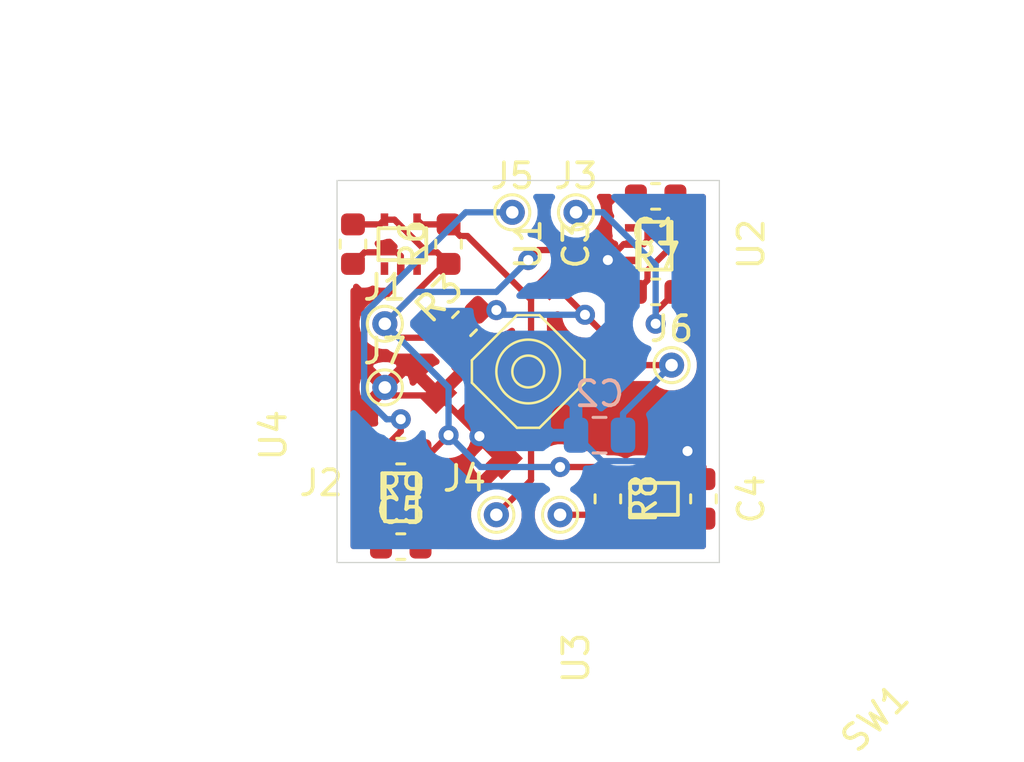
<source format=kicad_pcb>
(kicad_pcb (version 20171130) (host pcbnew 5.1.2)

  (general
    (thickness 1.6)
    (drawings 4)
    (tracks 132)
    (zones 0)
    (modules 22)
    (nets 16)
  )

  (page A4)
  (layers
    (0 F.Cu signal)
    (31 B.Cu signal)
    (32 B.Adhes user)
    (33 F.Adhes user)
    (34 B.Paste user)
    (35 F.Paste user)
    (36 B.SilkS user)
    (37 F.SilkS user)
    (38 B.Mask user)
    (39 F.Mask user)
    (40 Dwgs.User user)
    (41 Cmts.User user)
    (42 Eco1.User user)
    (43 Eco2.User user)
    (44 Edge.Cuts user)
    (45 Margin user)
    (46 B.CrtYd user)
    (47 F.CrtYd user)
    (48 B.Fab user)
    (49 F.Fab user)
  )

  (setup
    (last_trace_width 0.25)
    (trace_clearance 0.2)
    (zone_clearance 0.508)
    (zone_45_only no)
    (trace_min 0.2)
    (via_size 0.8)
    (via_drill 0.4)
    (via_min_size 0.4)
    (via_min_drill 0.3)
    (uvia_size 0.3)
    (uvia_drill 0.1)
    (uvias_allowed no)
    (uvia_min_size 0.2)
    (uvia_min_drill 0.1)
    (edge_width 0.05)
    (segment_width 0.2)
    (pcb_text_width 0.3)
    (pcb_text_size 1.5 1.5)
    (mod_edge_width 0.12)
    (mod_text_size 1 1)
    (mod_text_width 0.15)
    (pad_size 1.524 1.524)
    (pad_drill 0.762)
    (pad_to_mask_clearance 0.051)
    (solder_mask_min_width 0.25)
    (aux_axis_origin 0 0)
    (visible_elements FFFFFF7F)
    (pcbplotparams
      (layerselection 0x010fc_ffffffff)
      (usegerberextensions false)
      (usegerberattributes false)
      (usegerberadvancedattributes false)
      (creategerberjobfile false)
      (excludeedgelayer true)
      (linewidth 0.100000)
      (plotframeref false)
      (viasonmask false)
      (mode 1)
      (useauxorigin false)
      (hpglpennumber 1)
      (hpglpenspeed 20)
      (hpglpendiameter 15.000000)
      (psnegative false)
      (psa4output false)
      (plotreference true)
      (plotvalue true)
      (plotinvisibletext false)
      (padsonsilk false)
      (subtractmaskfromsilk false)
      (outputformat 1)
      (mirror false)
      (drillshape 1)
      (scaleselection 1)
      (outputdirectory ""))
  )

  (net 0 "")
  (net 1 +5V)
  (net 2 GND)
  (net 3 /BTN)
  (net 4 "Net-(U1-Pad3)")
  (net 5 "Net-(U1-Pad1)")
  (net 6 "Net-(U2-Pad1)")
  (net 7 "Net-(U2-Pad3)")
  (net 8 "Net-(U3-Pad3)")
  (net 9 "Net-(U3-Pad1)")
  (net 10 "Net-(U4-Pad1)")
  (net 11 "Net-(U4-Pad3)")
  (net 12 /UP)
  (net 13 /RIGHT)
  (net 14 /DOWN)
  (net 15 /LEFT)

  (net_class Default "This is the default net class."
    (clearance 0.2)
    (trace_width 0.25)
    (via_dia 0.8)
    (via_drill 0.4)
    (uvia_dia 0.3)
    (uvia_drill 0.1)
    (add_net +5V)
    (add_net /BTN)
    (add_net /DOWN)
    (add_net /LEFT)
    (add_net /RIGHT)
    (add_net /UP)
    (add_net GND)
    (add_net "Net-(U1-Pad1)")
    (add_net "Net-(U1-Pad3)")
    (add_net "Net-(U2-Pad1)")
    (add_net "Net-(U2-Pad3)")
    (add_net "Net-(U3-Pad1)")
    (add_net "Net-(U3-Pad3)")
    (add_net "Net-(U4-Pad1)")
    (add_net "Net-(U4-Pad3)")
  )

  (module TestPoint:TestPoint_THTPad_D1.0mm_Drill0.5mm (layer F.Cu) (tedit 5A0F774F) (tstamp 5D3787B9)
    (at 143.51 90.805)
    (descr "THT pad as test Point, diameter 1.0mm, hole diameter 0.5mm")
    (tags "test point THT pad")
    (path /5D38C1BA)
    (attr virtual)
    (fp_text reference J4 (at -3.81 -1.448) (layer F.SilkS)
      (effects (font (size 1 1) (thickness 0.15)))
    )
    (fp_text value Conn_01x01_Female (at 10.795 -6.35) (layer F.Fab)
      (effects (font (size 1 1) (thickness 0.15)))
    )
    (fp_text user %R (at -4.445 -3.175) (layer F.Fab)
      (effects (font (size 1 1) (thickness 0.15)))
    )
    (fp_circle (center 0 0) (end 1 0) (layer F.CrtYd) (width 0.05))
    (fp_circle (center 0 0) (end 0 0.7) (layer F.SilkS) (width 0.12))
    (pad 1 thru_hole circle (at 0 0) (size 1 1) (drill 0.5) (layers *.Cu *.Mask)
      (net 14 /DOWN))
  )

  (module folivora:SMINI-5DE (layer F.Cu) (tedit 5D35C925) (tstamp 5D378A58)
    (at 137.16 80.01)
    (path /5D35C0DC)
    (fp_text reference U1 (at 5.08 0 90) (layer F.SilkS)
      (effects (font (size 1 1) (thickness 0.15)))
    )
    (fp_text value AN48841B (at 6.985 1.27 90) (layer F.Fab)
      (effects (font (size 1 1) (thickness 0.15)))
    )
    (fp_line (start -0.889 -0.635) (end 1.016 -0.635) (layer F.SilkS) (width 0.15))
    (fp_line (start -0.889 0.635) (end -0.889 -0.635) (layer F.SilkS) (width 0.15))
    (fp_line (start 1.016 0.635) (end -0.889 0.635) (layer F.SilkS) (width 0.15))
    (fp_line (start 1.016 -0.635) (end 1.016 0.635) (layer F.SilkS) (width 0.15))
    (pad 5 smd rect (at 0.65 -0.975) (size 0.3 0.5) (layers F.Cu F.Paste F.Mask)
      (net 12 /UP))
    (pad 4 smd rect (at -0.65 -0.975) (size 0.3 0.5) (layers F.Cu F.Paste F.Mask)
      (net 1 +5V))
    (pad 3 smd rect (at -0.65 0.975) (size 0.3 0.5) (layers F.Cu F.Paste F.Mask)
      (net 4 "Net-(U1-Pad3)"))
    (pad 2 smd rect (at 0 0.975) (size 0.3 0.5) (layers F.Cu F.Paste F.Mask)
      (net 2 GND))
    (pad 1 smd rect (at 0.65 0.975) (size 0.3 0.5) (layers F.Cu F.Paste F.Mask)
      (net 5 "Net-(U1-Pad1)"))
  )

  (module folivora:SMINI-5DE (layer F.Cu) (tedit 5D35C925) (tstamp 5D378737)
    (at 147.32 90.17 180)
    (path /5D35E7FC)
    (fp_text reference U3 (at 3.175 -6.35 90) (layer F.SilkS)
      (effects (font (size 1 1) (thickness 0.15)))
    )
    (fp_text value AN48841B (at -6.35 -2.54 90) (layer F.Fab)
      (effects (font (size 1 1) (thickness 0.15)))
    )
    (fp_line (start -0.889 -0.635) (end 1.016 -0.635) (layer F.SilkS) (width 0.15))
    (fp_line (start -0.889 0.635) (end -0.889 -0.635) (layer F.SilkS) (width 0.15))
    (fp_line (start 1.016 0.635) (end -0.889 0.635) (layer F.SilkS) (width 0.15))
    (fp_line (start 1.016 -0.635) (end 1.016 0.635) (layer F.SilkS) (width 0.15))
    (pad 5 smd rect (at 0.65 -0.975 180) (size 0.3 0.5) (layers F.Cu F.Paste F.Mask)
      (net 14 /DOWN))
    (pad 4 smd rect (at -0.65 -0.975 180) (size 0.3 0.5) (layers F.Cu F.Paste F.Mask)
      (net 1 +5V))
    (pad 3 smd rect (at -0.65 0.975 180) (size 0.3 0.5) (layers F.Cu F.Paste F.Mask)
      (net 8 "Net-(U3-Pad3)"))
    (pad 2 smd rect (at 0 0.975 180) (size 0.3 0.5) (layers F.Cu F.Paste F.Mask)
      (net 2 GND))
    (pad 1 smd rect (at 0.65 0.975 180) (size 0.3 0.5) (layers F.Cu F.Paste F.Mask)
      (net 9 "Net-(U3-Pad1)"))
  )

  (module folivora:SMINI-5DE (layer F.Cu) (tedit 5D35C925) (tstamp 5D378713)
    (at 147.32 80.01 270)
    (path /5D35D74C)
    (fp_text reference U2 (at 0 -3.81 90) (layer F.SilkS)
      (effects (font (size 1 1) (thickness 0.15)))
    )
    (fp_text value AN48841B (at 0 -2.54 90) (layer F.Fab)
      (effects (font (size 1 1) (thickness 0.15)))
    )
    (fp_line (start 1.016 -0.635) (end 1.016 0.635) (layer F.SilkS) (width 0.15))
    (fp_line (start 1.016 0.635) (end -0.889 0.635) (layer F.SilkS) (width 0.15))
    (fp_line (start -0.889 0.635) (end -0.889 -0.635) (layer F.SilkS) (width 0.15))
    (fp_line (start -0.889 -0.635) (end 1.016 -0.635) (layer F.SilkS) (width 0.15))
    (pad 1 smd rect (at 0.65 0.975 270) (size 0.3 0.5) (layers F.Cu F.Paste F.Mask)
      (net 6 "Net-(U2-Pad1)"))
    (pad 2 smd rect (at 0 0.975 270) (size 0.3 0.5) (layers F.Cu F.Paste F.Mask)
      (net 2 GND))
    (pad 3 smd rect (at -0.65 0.975 270) (size 0.3 0.5) (layers F.Cu F.Paste F.Mask)
      (net 7 "Net-(U2-Pad3)"))
    (pad 4 smd rect (at -0.65 -0.975 270) (size 0.3 0.5) (layers F.Cu F.Paste F.Mask)
      (net 1 +5V))
    (pad 5 smd rect (at 0.65 -0.975 270) (size 0.3 0.5) (layers F.Cu F.Paste F.Mask)
      (net 13 /RIGHT))
  )

  (module Capacitor_SMD:C_0603_1608Metric (layer F.Cu) (tedit 5B301BBE) (tstamp 5D3786DB)
    (at 135.255 80.01 270)
    (descr "Capacitor SMD 0603 (1608 Metric), square (rectangular) end terminal, IPC_7351 nominal, (Body size source: http://www.tortai-tech.com/upload/download/2011102023233369053.pdf), generated with kicad-footprint-generator")
    (tags capacitor)
    (path /5D3692AC)
    (attr smd)
    (fp_text reference C3 (at 0 -8.89 90) (layer F.SilkS)
      (effects (font (size 1 1) (thickness 0.15)))
    )
    (fp_text value 0.1uF (at 6.35 -1.905 90) (layer F.Fab)
      (effects (font (size 1 1) (thickness 0.15)))
    )
    (fp_text user %R (at 1.905 -2.54 90) (layer F.Fab)
      (effects (font (size 0.4 0.4) (thickness 0.06)))
    )
    (fp_line (start 1.48 0.73) (end -1.48 0.73) (layer F.CrtYd) (width 0.05))
    (fp_line (start 1.48 -0.73) (end 1.48 0.73) (layer F.CrtYd) (width 0.05))
    (fp_line (start -1.48 -0.73) (end 1.48 -0.73) (layer F.CrtYd) (width 0.05))
    (fp_line (start -1.48 0.73) (end -1.48 -0.73) (layer F.CrtYd) (width 0.05))
    (fp_line (start -0.162779 0.51) (end 0.162779 0.51) (layer F.SilkS) (width 0.12))
    (fp_line (start -0.162779 -0.51) (end 0.162779 -0.51) (layer F.SilkS) (width 0.12))
    (fp_line (start 0.8 0.4) (end -0.8 0.4) (layer F.Fab) (width 0.1))
    (fp_line (start 0.8 -0.4) (end 0.8 0.4) (layer F.Fab) (width 0.1))
    (fp_line (start -0.8 -0.4) (end 0.8 -0.4) (layer F.Fab) (width 0.1))
    (fp_line (start -0.8 0.4) (end -0.8 -0.4) (layer F.Fab) (width 0.1))
    (pad 2 smd roundrect (at 0.7875 0 270) (size 0.875 0.95) (layers F.Cu F.Paste F.Mask) (roundrect_rratio 0.25)
      (net 2 GND))
    (pad 1 smd roundrect (at -0.7875 0 270) (size 0.875 0.95) (layers F.Cu F.Paste F.Mask) (roundrect_rratio 0.25)
      (net 1 +5V))
    (model ${KISYS3DMOD}/Capacitor_SMD.3dshapes/C_0603_1608Metric.wrl
      (at (xyz 0 0 0))
      (scale (xyz 1 1 1))
      (rotate (xyz 0 0 0))
    )
  )

  (module TestPoint:TestPoint_THTPad_D1.0mm_Drill0.5mm (layer F.Cu) (tedit 5A0F774F) (tstamp 5D3786A8)
    (at 136.525 85.725)
    (descr "THT pad as test Point, diameter 1.0mm, hole diameter 0.5mm")
    (tags "test point THT pad")
    (path /5D386BCE)
    (attr virtual)
    (fp_text reference J7 (at 0 -1.448) (layer F.SilkS)
      (effects (font (size 1 1) (thickness 0.15)))
    )
    (fp_text value Conn_01x01_Female (at 15.24 0.635) (layer F.Fab)
      (effects (font (size 1 1) (thickness 0.15)))
    )
    (fp_circle (center 0 0) (end 0 0.7) (layer F.SilkS) (width 0.12))
    (fp_circle (center 0 0) (end 1 0) (layer F.CrtYd) (width 0.05))
    (fp_text user %R (at 0 -1.45) (layer F.Fab)
      (effects (font (size 1 1) (thickness 0.15)))
    )
    (pad 1 thru_hole circle (at 0 0) (size 1 1) (drill 0.5) (layers *.Cu *.Mask)
      (net 2 GND))
  )

  (module Capacitor_SMD:C_0603_1608Metric (layer F.Cu) (tedit 5B301BBE) (tstamp 5D378669)
    (at 147.32 78.105 180)
    (descr "Capacitor SMD 0603 (1608 Metric), square (rectangular) end terminal, IPC_7351 nominal, (Body size source: http://www.tortai-tech.com/upload/download/2011102023233369053.pdf), generated with kicad-footprint-generator")
    (tags capacitor)
    (path /5D3692CC)
    (attr smd)
    (fp_text reference C1 (at 0 -1.43) (layer F.SilkS)
      (effects (font (size 1 1) (thickness 0.15)))
    )
    (fp_text value 0.1uF (at 0 1.43) (layer F.Fab)
      (effects (font (size 1 1) (thickness 0.15)))
    )
    (fp_line (start -0.8 0.4) (end -0.8 -0.4) (layer F.Fab) (width 0.1))
    (fp_line (start -0.8 -0.4) (end 0.8 -0.4) (layer F.Fab) (width 0.1))
    (fp_line (start 0.8 -0.4) (end 0.8 0.4) (layer F.Fab) (width 0.1))
    (fp_line (start 0.8 0.4) (end -0.8 0.4) (layer F.Fab) (width 0.1))
    (fp_line (start -0.162779 -0.51) (end 0.162779 -0.51) (layer F.SilkS) (width 0.12))
    (fp_line (start -0.162779 0.51) (end 0.162779 0.51) (layer F.SilkS) (width 0.12))
    (fp_line (start -1.48 0.73) (end -1.48 -0.73) (layer F.CrtYd) (width 0.05))
    (fp_line (start -1.48 -0.73) (end 1.48 -0.73) (layer F.CrtYd) (width 0.05))
    (fp_line (start 1.48 -0.73) (end 1.48 0.73) (layer F.CrtYd) (width 0.05))
    (fp_line (start 1.48 0.73) (end -1.48 0.73) (layer F.CrtYd) (width 0.05))
    (fp_text user %R (at 0 0) (layer F.Fab)
      (effects (font (size 0.4 0.4) (thickness 0.06)))
    )
    (pad 1 smd roundrect (at -0.7875 0 180) (size 0.875 0.95) (layers F.Cu F.Paste F.Mask) (roundrect_rratio 0.25)
      (net 1 +5V))
    (pad 2 smd roundrect (at 0.7875 0 180) (size 0.875 0.95) (layers F.Cu F.Paste F.Mask) (roundrect_rratio 0.25)
      (net 2 GND))
    (model ${KISYS3DMOD}/Capacitor_SMD.3dshapes/C_0603_1608Metric.wrl
      (at (xyz 0 0 0))
      (scale (xyz 1 1 1))
      (rotate (xyz 0 0 0))
    )
  )

  (module TestPoint:TestPoint_THTPad_D1.0mm_Drill0.5mm (layer F.Cu) (tedit 5A0F774F) (tstamp 5D37892C)
    (at 147.955 84.836)
    (descr "THT pad as test Point, diameter 1.0mm, hole diameter 0.5mm")
    (tags "test point THT pad")
    (path /5D38DA7A)
    (attr virtual)
    (fp_text reference J6 (at 0 -1.448) (layer F.SilkS)
      (effects (font (size 1 1) (thickness 0.15)))
    )
    (fp_text value Conn_01x01_Female (at 0.635 5.08) (layer F.Fab)
      (effects (font (size 1 1) (thickness 0.15)))
    )
    (fp_text user %R (at 0 -1.45) (layer F.Fab)
      (effects (font (size 1 1) (thickness 0.15)))
    )
    (fp_circle (center 0 0) (end 1 0) (layer F.CrtYd) (width 0.05))
    (fp_circle (center 0 0) (end 0 0.7) (layer F.SilkS) (width 0.12))
    (pad 1 thru_hole circle (at 0 0) (size 1 1) (drill 0.5) (layers *.Cu *.Mask)
      (net 3 /BTN))
  )

  (module folivora:SMINI-5DE (layer F.Cu) (tedit 5D35C925) (tstamp 5D3785B7)
    (at 137.16 90.17 90)
    (path /5D35E81D)
    (fp_text reference U4 (at 2.54 -5.08 90) (layer F.SilkS)
      (effects (font (size 1 1) (thickness 0.15)))
    )
    (fp_text value AN48841B (at -5.715 -6.35 90) (layer F.Fab)
      (effects (font (size 1 1) (thickness 0.15)))
    )
    (fp_line (start 1.016 -0.635) (end 1.016 0.635) (layer F.SilkS) (width 0.15))
    (fp_line (start 1.016 0.635) (end -0.889 0.635) (layer F.SilkS) (width 0.15))
    (fp_line (start -0.889 0.635) (end -0.889 -0.635) (layer F.SilkS) (width 0.15))
    (fp_line (start -0.889 -0.635) (end 1.016 -0.635) (layer F.SilkS) (width 0.15))
    (pad 1 smd rect (at 0.65 0.975 90) (size 0.3 0.5) (layers F.Cu F.Paste F.Mask)
      (net 10 "Net-(U4-Pad1)"))
    (pad 2 smd rect (at 0 0.975 90) (size 0.3 0.5) (layers F.Cu F.Paste F.Mask)
      (net 2 GND))
    (pad 3 smd rect (at -0.65 0.975 90) (size 0.3 0.5) (layers F.Cu F.Paste F.Mask)
      (net 11 "Net-(U4-Pad3)"))
    (pad 4 smd rect (at -0.65 -0.975 90) (size 0.3 0.5) (layers F.Cu F.Paste F.Mask)
      (net 1 +5V))
    (pad 5 smd rect (at 0.65 -0.975 90) (size 0.3 0.5) (layers F.Cu F.Paste F.Mask)
      (net 15 /LEFT))
  )

  (module Capacitor_SMD:C_0603_1608Metric (layer F.Cu) (tedit 5B301BBE) (tstamp 5D378573)
    (at 149.225 90.17 90)
    (descr "Capacitor SMD 0603 (1608 Metric), square (rectangular) end terminal, IPC_7351 nominal, (Body size source: http://www.tortai-tech.com/upload/download/2011102023233369053.pdf), generated with kicad-footprint-generator")
    (tags capacitor)
    (path /5D3681BA)
    (attr smd)
    (fp_text reference C4 (at 0 1.905 90) (layer F.SilkS)
      (effects (font (size 1 1) (thickness 0.15)))
    )
    (fp_text value 0.1uF (at 0 2.54 90) (layer F.Fab)
      (effects (font (size 1 1) (thickness 0.15)))
    )
    (fp_line (start -0.8 0.4) (end -0.8 -0.4) (layer F.Fab) (width 0.1))
    (fp_line (start -0.8 -0.4) (end 0.8 -0.4) (layer F.Fab) (width 0.1))
    (fp_line (start 0.8 -0.4) (end 0.8 0.4) (layer F.Fab) (width 0.1))
    (fp_line (start 0.8 0.4) (end -0.8 0.4) (layer F.Fab) (width 0.1))
    (fp_line (start -0.162779 -0.51) (end 0.162779 -0.51) (layer F.SilkS) (width 0.12))
    (fp_line (start -0.162779 0.51) (end 0.162779 0.51) (layer F.SilkS) (width 0.12))
    (fp_line (start -1.48 0.73) (end -1.48 -0.73) (layer F.CrtYd) (width 0.05))
    (fp_line (start -1.48 -0.73) (end 1.48 -0.73) (layer F.CrtYd) (width 0.05))
    (fp_line (start 1.48 -0.73) (end 1.48 0.73) (layer F.CrtYd) (width 0.05))
    (fp_line (start 1.48 0.73) (end -1.48 0.73) (layer F.CrtYd) (width 0.05))
    (fp_text user %R (at 1.905 3.81 90) (layer F.Fab)
      (effects (font (size 0.4 0.4) (thickness 0.06)))
    )
    (pad 1 smd roundrect (at -0.7875 0 90) (size 0.875 0.95) (layers F.Cu F.Paste F.Mask) (roundrect_rratio 0.25)
      (net 1 +5V))
    (pad 2 smd roundrect (at 0.7875 0 90) (size 0.875 0.95) (layers F.Cu F.Paste F.Mask) (roundrect_rratio 0.25)
      (net 2 GND))
    (model ${KISYS3DMOD}/Capacitor_SMD.3dshapes/C_0603_1608Metric.wrl
      (at (xyz 0 0 0))
      (scale (xyz 1 1 1))
      (rotate (xyz 0 0 0))
    )
  )

  (module TestPoint:TestPoint_THTPad_D1.0mm_Drill0.5mm (layer F.Cu) (tedit 5A0F774F) (tstamp 5D37854F)
    (at 141.605 78.74)
    (descr "THT pad as test Point, diameter 1.0mm, hole diameter 0.5mm")
    (tags "test point THT pad")
    (path /5D38C1C4)
    (attr virtual)
    (fp_text reference J5 (at 0 -1.448) (layer F.SilkS)
      (effects (font (size 1 1) (thickness 0.15)))
    )
    (fp_text value Conn_01x01_Female (at 1.27 -5.715) (layer F.Fab)
      (effects (font (size 1 1) (thickness 0.15)))
    )
    (fp_circle (center 0 0) (end 0 0.7) (layer F.SilkS) (width 0.12))
    (fp_circle (center 0 0) (end 1 0) (layer F.CrtYd) (width 0.05))
    (fp_text user %R (at 0 -1.45) (layer F.Fab)
      (effects (font (size 1 1) (thickness 0.15)))
    )
    (pad 1 thru_hole circle (at 0 0) (size 1 1) (drill 0.5) (layers *.Cu *.Mask)
      (net 15 /LEFT))
  )

  (module TestPoint:TestPoint_THTPad_D1.0mm_Drill0.5mm (layer F.Cu) (tedit 5A0F774F) (tstamp 5D3784A4)
    (at 144.145 78.74)
    (descr "THT pad as test Point, diameter 1.0mm, hole diameter 0.5mm")
    (tags "test point THT pad")
    (path /5D38BA78)
    (attr virtual)
    (fp_text reference J3 (at 0 -1.448) (layer F.SilkS)
      (effects (font (size 1 1) (thickness 0.15)))
    )
    (fp_text value Conn_01x01_Female (at -0.635 -7.62) (layer F.Fab)
      (effects (font (size 1 1) (thickness 0.15)))
    )
    (fp_circle (center 0 0) (end 0 0.7) (layer F.SilkS) (width 0.12))
    (fp_circle (center 0 0) (end 1 0) (layer F.CrtYd) (width 0.05))
    (fp_text user %R (at 0 -1.45) (layer F.Fab)
      (effects (font (size 1 1) (thickness 0.15)))
    )
    (pad 1 thru_hole circle (at 0 0) (size 1 1) (drill 0.5) (layers *.Cu *.Mask)
      (net 13 /RIGHT))
  )

  (module Capacitor_SMD:C_0603_1608Metric (layer F.Cu) (tedit 5B301BBE) (tstamp 5D37846E)
    (at 137.16 92.075)
    (descr "Capacitor SMD 0603 (1608 Metric), square (rectangular) end terminal, IPC_7351 nominal, (Body size source: http://www.tortai-tech.com/upload/download/2011102023233369053.pdf), generated with kicad-footprint-generator")
    (tags capacitor)
    (path /5D363EA7)
    (attr smd)
    (fp_text reference C5 (at 0 -1.43) (layer F.SilkS)
      (effects (font (size 1 1) (thickness 0.15)))
    )
    (fp_text value 0.1uF (at 0.635 2.54) (layer F.Fab)
      (effects (font (size 1 1) (thickness 0.15)))
    )
    (fp_text user %R (at -1.905 1.905) (layer F.Fab)
      (effects (font (size 0.4 0.4) (thickness 0.06)))
    )
    (fp_line (start 1.48 0.73) (end -1.48 0.73) (layer F.CrtYd) (width 0.05))
    (fp_line (start 1.48 -0.73) (end 1.48 0.73) (layer F.CrtYd) (width 0.05))
    (fp_line (start -1.48 -0.73) (end 1.48 -0.73) (layer F.CrtYd) (width 0.05))
    (fp_line (start -1.48 0.73) (end -1.48 -0.73) (layer F.CrtYd) (width 0.05))
    (fp_line (start -0.162779 0.51) (end 0.162779 0.51) (layer F.SilkS) (width 0.12))
    (fp_line (start -0.162779 -0.51) (end 0.162779 -0.51) (layer F.SilkS) (width 0.12))
    (fp_line (start 0.8 0.4) (end -0.8 0.4) (layer F.Fab) (width 0.1))
    (fp_line (start 0.8 -0.4) (end 0.8 0.4) (layer F.Fab) (width 0.1))
    (fp_line (start -0.8 -0.4) (end 0.8 -0.4) (layer F.Fab) (width 0.1))
    (fp_line (start -0.8 0.4) (end -0.8 -0.4) (layer F.Fab) (width 0.1))
    (pad 2 smd roundrect (at 0.7875 0) (size 0.875 0.95) (layers F.Cu F.Paste F.Mask) (roundrect_rratio 0.25)
      (net 2 GND))
    (pad 1 smd roundrect (at -0.7875 0) (size 0.875 0.95) (layers F.Cu F.Paste F.Mask) (roundrect_rratio 0.25)
      (net 1 +5V))
    (model ${KISYS3DMOD}/Capacitor_SMD.3dshapes/C_0603_1608Metric.wrl
      (at (xyz 0 0 0))
      (scale (xyz 1 1 1))
      (rotate (xyz 0 0 0))
    )
  )

  (module TestPoint:TestPoint_THTPad_D1.0mm_Drill0.5mm (layer F.Cu) (tedit 5A0F774F) (tstamp 5D37841A)
    (at 136.525 83.185)
    (descr "THT pad as test Point, diameter 1.0mm, hole diameter 0.5mm")
    (tags "test point THT pad")
    (path /5D383FC3)
    (attr virtual)
    (fp_text reference J1 (at 0 -1.448) (layer F.SilkS)
      (effects (font (size 1 1) (thickness 0.15)))
    )
    (fp_text value Conn_01x01_Female (at 11.43 1.27) (layer F.Fab)
      (effects (font (size 1 1) (thickness 0.15)))
    )
    (fp_text user %R (at 0 -1.45) (layer F.Fab)
      (effects (font (size 1 1) (thickness 0.15)))
    )
    (fp_circle (center 0 0) (end 1 0) (layer F.CrtYd) (width 0.05))
    (fp_circle (center 0 0) (end 0 0.7) (layer F.SilkS) (width 0.12))
    (pad 1 thru_hole circle (at 0 0) (size 1 1) (drill 0.5) (layers *.Cu *.Mask)
      (net 1 +5V))
  )

  (module TestPoint:TestPoint_THTPad_D1.0mm_Drill0.5mm (layer F.Cu) (tedit 5A0F774F) (tstamp 5D378405)
    (at 140.97 90.805)
    (descr "THT pad as test Point, diameter 1.0mm, hole diameter 0.5mm")
    (tags "test point THT pad")
    (path /5D38B195)
    (attr virtual)
    (fp_text reference J2 (at -6.985 -1.27) (layer F.SilkS)
      (effects (font (size 1 1) (thickness 0.15)))
    )
    (fp_text value Conn_01x01_Female (at -12.065 1.27) (layer F.Fab)
      (effects (font (size 1 1) (thickness 0.15)))
    )
    (fp_text user %R (at -8.89 -1.905) (layer F.Fab)
      (effects (font (size 1 1) (thickness 0.15)))
    )
    (fp_circle (center 0 0) (end 1 0) (layer F.CrtYd) (width 0.05))
    (fp_circle (center 0 0) (end 0 0.7) (layer F.SilkS) (width 0.12))
    (pad 1 thru_hole circle (at 0 0) (size 1 1) (drill 0.5) (layers *.Cu *.Mask)
      (net 12 /UP))
  )

  (module folivora:Film_Switch_4X4X0.8MM (layer F.Cu) (tedit 5D371F88) (tstamp 5D378355)
    (at 142.24 85.09 45)
    (path /5D38C32C)
    (fp_text reference SW1 (at 0 19.55 45) (layer F.SilkS)
      (effects (font (size 1 1) (thickness 0.15)))
    )
    (fp_text value BTN (at 0 18.55 45) (layer F.Fab)
      (effects (font (size 1 1) (thickness 0.15)))
    )
    (fp_line (start -1.905 -1.27) (end -1.905 1.27) (layer F.SilkS) (width 0.1))
    (fp_line (start -1.905 1.27) (end -1.27 1.905) (layer F.SilkS) (width 0.1))
    (fp_line (start -1.27 1.905) (end 1.27 1.905) (layer F.SilkS) (width 0.1))
    (fp_line (start 1.27 1.905) (end 1.905 1.27) (layer F.SilkS) (width 0.1))
    (fp_line (start 1.905 1.27) (end 1.905 -1.27) (layer F.SilkS) (width 0.1))
    (fp_line (start 1.905 -1.27) (end 1.27 -1.905) (layer F.SilkS) (width 0.1))
    (fp_line (start 1.27 -1.905) (end -1.27 -1.905) (layer F.SilkS) (width 0.1))
    (fp_line (start -1.27 -1.905) (end -1.905 -1.27) (layer F.SilkS) (width 0.1))
    (fp_circle (center 0 0) (end 0.635 0) (layer F.SilkS) (width 0.1))
    (fp_circle (center 0 0) (end 1.27 0) (layer F.SilkS) (width 0.1))
    (pad 1 smd trapezoid (at 3.2 1.85 45) (size 1.2 0.9) (layers F.Cu F.Paste F.Mask)
      (net 3 /BTN))
    (pad 2 smd trapezoid (at -3.2 1.85 45) (size 1.2 0.9) (layers F.Cu F.Paste F.Mask)
      (net 2 GND))
    (pad 4 smd trapezoid (at -3.2 -1.85 45) (size 1.2 0.9) (layers F.Cu F.Paste F.Mask)
      (net 2 GND))
    (pad 3 smd trapezoid (at 3.2 -1.85 45) (size 1.2 0.9) (layers F.Cu F.Paste F.Mask)
      (net 3 /BTN))
  )

  (module Capacitor_SMD:C_0805_2012Metric (layer B.Cu) (tedit 5B36C52B) (tstamp 5D378E3F)
    (at 145.0825 87.63 180)
    (descr "Capacitor SMD 0805 (2012 Metric), square (rectangular) end terminal, IPC_7351 nominal, (Body size source: https://docs.google.com/spreadsheets/d/1BsfQQcO9C6DZCsRaXUlFlo91Tg2WpOkGARC1WS5S8t0/edit?usp=sharing), generated with kicad-footprint-generator")
    (tags capacitor)
    (path /5D38E42F)
    (attr smd)
    (fp_text reference C2 (at 0 1.65) (layer B.SilkS)
      (effects (font (size 1 1) (thickness 0.15)) (justify mirror))
    )
    (fp_text value 1uF (at 0 -1.65) (layer B.Fab)
      (effects (font (size 1 1) (thickness 0.15)) (justify mirror))
    )
    (fp_line (start -1 -0.6) (end -1 0.6) (layer B.Fab) (width 0.1))
    (fp_line (start -1 0.6) (end 1 0.6) (layer B.Fab) (width 0.1))
    (fp_line (start 1 0.6) (end 1 -0.6) (layer B.Fab) (width 0.1))
    (fp_line (start 1 -0.6) (end -1 -0.6) (layer B.Fab) (width 0.1))
    (fp_line (start -0.258578 0.71) (end 0.258578 0.71) (layer B.SilkS) (width 0.12))
    (fp_line (start -0.258578 -0.71) (end 0.258578 -0.71) (layer B.SilkS) (width 0.12))
    (fp_line (start -1.68 -0.95) (end -1.68 0.95) (layer B.CrtYd) (width 0.05))
    (fp_line (start -1.68 0.95) (end 1.68 0.95) (layer B.CrtYd) (width 0.05))
    (fp_line (start 1.68 0.95) (end 1.68 -0.95) (layer B.CrtYd) (width 0.05))
    (fp_line (start 1.68 -0.95) (end -1.68 -0.95) (layer B.CrtYd) (width 0.05))
    (fp_text user %R (at 0 0) (layer B.Fab)
      (effects (font (size 0.5 0.5) (thickness 0.08)) (justify mirror))
    )
    (pad 1 smd roundrect (at -0.9375 0 180) (size 0.975 1.4) (layers B.Cu B.Paste B.Mask) (roundrect_rratio 0.25)
      (net 3 /BTN))
    (pad 2 smd roundrect (at 0.9375 0 180) (size 0.975 1.4) (layers B.Cu B.Paste B.Mask) (roundrect_rratio 0.25)
      (net 2 GND))
    (model ${KISYS3DMOD}/Capacitor_SMD.3dshapes/C_0805_2012Metric.wrl
      (at (xyz 0 0 0))
      (scale (xyz 1 1 1))
      (rotate (xyz 0 0 0))
    )
  )

  (module Resistor_SMD:R_0603_1608Metric (layer F.Cu) (tedit 5B301BBD) (tstamp 5D378E50)
    (at 139.7 83.185 45)
    (descr "Resistor SMD 0603 (1608 Metric), square (rectangular) end terminal, IPC_7351 nominal, (Body size source: http://www.tortai-tech.com/upload/download/2011102023233369053.pdf), generated with kicad-footprint-generator")
    (tags resistor)
    (path /5D38D89E)
    (attr smd)
    (fp_text reference R3 (at 0 -1.43 45) (layer F.SilkS)
      (effects (font (size 1 1) (thickness 0.15)))
    )
    (fp_text value 10k (at 0 1.43 45) (layer F.Fab)
      (effects (font (size 1 1) (thickness 0.15)))
    )
    (fp_text user %R (at 0 0 45) (layer F.Fab)
      (effects (font (size 0.4 0.4) (thickness 0.06)))
    )
    (fp_line (start 1.48 0.73) (end -1.48 0.73) (layer F.CrtYd) (width 0.05))
    (fp_line (start 1.48 -0.73) (end 1.48 0.73) (layer F.CrtYd) (width 0.05))
    (fp_line (start -1.48 -0.73) (end 1.48 -0.73) (layer F.CrtYd) (width 0.05))
    (fp_line (start -1.48 0.73) (end -1.48 -0.73) (layer F.CrtYd) (width 0.05))
    (fp_line (start -0.162779 0.51) (end 0.162779 0.51) (layer F.SilkS) (width 0.12))
    (fp_line (start -0.162779 -0.51) (end 0.162779 -0.51) (layer F.SilkS) (width 0.12))
    (fp_line (start 0.8 0.4) (end -0.8 0.4) (layer F.Fab) (width 0.1))
    (fp_line (start 0.8 -0.4) (end 0.8 0.4) (layer F.Fab) (width 0.1))
    (fp_line (start -0.8 -0.4) (end 0.8 -0.4) (layer F.Fab) (width 0.1))
    (fp_line (start -0.8 0.4) (end -0.8 -0.4) (layer F.Fab) (width 0.1))
    (pad 2 smd roundrect (at 0.7875 0 45) (size 0.875 0.95) (layers F.Cu F.Paste F.Mask) (roundrect_rratio 0.25)
      (net 3 /BTN))
    (pad 1 smd roundrect (at -0.7875 0 45) (size 0.875 0.95) (layers F.Cu F.Paste F.Mask) (roundrect_rratio 0.25)
      (net 1 +5V))
    (model ${KISYS3DMOD}/Resistor_SMD.3dshapes/R_0603_1608Metric.wrl
      (at (xyz 0 0 0))
      (scale (xyz 1 1 1))
      (rotate (xyz 0 0 0))
    )
  )

  (module Resistor_SMD:R_0603_1608Metric (layer F.Cu) (tedit 5B301BBD) (tstamp 5D378E61)
    (at 139.065 80.01 90)
    (descr "Resistor SMD 0603 (1608 Metric), square (rectangular) end terminal, IPC_7351 nominal, (Body size source: http://www.tortai-tech.com/upload/download/2011102023233369053.pdf), generated with kicad-footprint-generator")
    (tags resistor)
    (path /5D35C6E6)
    (attr smd)
    (fp_text reference R6 (at 0 -1.43 90) (layer F.SilkS)
      (effects (font (size 1 1) (thickness 0.15)))
    )
    (fp_text value 10k (at 0 1.43 90) (layer F.Fab)
      (effects (font (size 1 1) (thickness 0.15)))
    )
    (fp_line (start -0.8 0.4) (end -0.8 -0.4) (layer F.Fab) (width 0.1))
    (fp_line (start -0.8 -0.4) (end 0.8 -0.4) (layer F.Fab) (width 0.1))
    (fp_line (start 0.8 -0.4) (end 0.8 0.4) (layer F.Fab) (width 0.1))
    (fp_line (start 0.8 0.4) (end -0.8 0.4) (layer F.Fab) (width 0.1))
    (fp_line (start -0.162779 -0.51) (end 0.162779 -0.51) (layer F.SilkS) (width 0.12))
    (fp_line (start -0.162779 0.51) (end 0.162779 0.51) (layer F.SilkS) (width 0.12))
    (fp_line (start -1.48 0.73) (end -1.48 -0.73) (layer F.CrtYd) (width 0.05))
    (fp_line (start -1.48 -0.73) (end 1.48 -0.73) (layer F.CrtYd) (width 0.05))
    (fp_line (start 1.48 -0.73) (end 1.48 0.73) (layer F.CrtYd) (width 0.05))
    (fp_line (start 1.48 0.73) (end -1.48 0.73) (layer F.CrtYd) (width 0.05))
    (fp_text user %R (at 0 0 90) (layer F.Fab)
      (effects (font (size 0.4 0.4) (thickness 0.06)))
    )
    (pad 1 smd roundrect (at -0.7875 0 90) (size 0.875 0.95) (layers F.Cu F.Paste F.Mask) (roundrect_rratio 0.25)
      (net 1 +5V))
    (pad 2 smd roundrect (at 0.7875 0 90) (size 0.875 0.95) (layers F.Cu F.Paste F.Mask) (roundrect_rratio 0.25)
      (net 12 /UP))
    (model ${KISYS3DMOD}/Resistor_SMD.3dshapes/R_0603_1608Metric.wrl
      (at (xyz 0 0 0))
      (scale (xyz 1 1 1))
      (rotate (xyz 0 0 0))
    )
  )

  (module Resistor_SMD:R_0603_1608Metric (layer F.Cu) (tedit 5B301BBD) (tstamp 5D378E72)
    (at 147.32 81.915)
    (descr "Resistor SMD 0603 (1608 Metric), square (rectangular) end terminal, IPC_7351 nominal, (Body size source: http://www.tortai-tech.com/upload/download/2011102023233369053.pdf), generated with kicad-footprint-generator")
    (tags resistor)
    (path /5D35D756)
    (attr smd)
    (fp_text reference R7 (at 0 -1.43) (layer F.SilkS)
      (effects (font (size 1 1) (thickness 0.15)))
    )
    (fp_text value 10k (at 0 1.43) (layer F.Fab)
      (effects (font (size 1 1) (thickness 0.15)))
    )
    (fp_line (start -0.8 0.4) (end -0.8 -0.4) (layer F.Fab) (width 0.1))
    (fp_line (start -0.8 -0.4) (end 0.8 -0.4) (layer F.Fab) (width 0.1))
    (fp_line (start 0.8 -0.4) (end 0.8 0.4) (layer F.Fab) (width 0.1))
    (fp_line (start 0.8 0.4) (end -0.8 0.4) (layer F.Fab) (width 0.1))
    (fp_line (start -0.162779 -0.51) (end 0.162779 -0.51) (layer F.SilkS) (width 0.12))
    (fp_line (start -0.162779 0.51) (end 0.162779 0.51) (layer F.SilkS) (width 0.12))
    (fp_line (start -1.48 0.73) (end -1.48 -0.73) (layer F.CrtYd) (width 0.05))
    (fp_line (start -1.48 -0.73) (end 1.48 -0.73) (layer F.CrtYd) (width 0.05))
    (fp_line (start 1.48 -0.73) (end 1.48 0.73) (layer F.CrtYd) (width 0.05))
    (fp_line (start 1.48 0.73) (end -1.48 0.73) (layer F.CrtYd) (width 0.05))
    (fp_text user %R (at 0 0) (layer F.Fab)
      (effects (font (size 0.4 0.4) (thickness 0.06)))
    )
    (pad 1 smd roundrect (at -0.7875 0) (size 0.875 0.95) (layers F.Cu F.Paste F.Mask) (roundrect_rratio 0.25)
      (net 1 +5V))
    (pad 2 smd roundrect (at 0.7875 0) (size 0.875 0.95) (layers F.Cu F.Paste F.Mask) (roundrect_rratio 0.25)
      (net 13 /RIGHT))
    (model ${KISYS3DMOD}/Resistor_SMD.3dshapes/R_0603_1608Metric.wrl
      (at (xyz 0 0 0))
      (scale (xyz 1 1 1))
      (rotate (xyz 0 0 0))
    )
  )

  (module Resistor_SMD:R_0603_1608Metric (layer F.Cu) (tedit 5B301BBD) (tstamp 5D378E83)
    (at 145.415 90.17 270)
    (descr "Resistor SMD 0603 (1608 Metric), square (rectangular) end terminal, IPC_7351 nominal, (Body size source: http://www.tortai-tech.com/upload/download/2011102023233369053.pdf), generated with kicad-footprint-generator")
    (tags resistor)
    (path /5D35E806)
    (attr smd)
    (fp_text reference R8 (at 0 -1.43 90) (layer F.SilkS)
      (effects (font (size 1 1) (thickness 0.15)))
    )
    (fp_text value 10k (at 0 1.43 90) (layer F.Fab)
      (effects (font (size 1 1) (thickness 0.15)))
    )
    (fp_text user %R (at 0 0 90) (layer F.Fab)
      (effects (font (size 0.4 0.4) (thickness 0.06)))
    )
    (fp_line (start 1.48 0.73) (end -1.48 0.73) (layer F.CrtYd) (width 0.05))
    (fp_line (start 1.48 -0.73) (end 1.48 0.73) (layer F.CrtYd) (width 0.05))
    (fp_line (start -1.48 -0.73) (end 1.48 -0.73) (layer F.CrtYd) (width 0.05))
    (fp_line (start -1.48 0.73) (end -1.48 -0.73) (layer F.CrtYd) (width 0.05))
    (fp_line (start -0.162779 0.51) (end 0.162779 0.51) (layer F.SilkS) (width 0.12))
    (fp_line (start -0.162779 -0.51) (end 0.162779 -0.51) (layer F.SilkS) (width 0.12))
    (fp_line (start 0.8 0.4) (end -0.8 0.4) (layer F.Fab) (width 0.1))
    (fp_line (start 0.8 -0.4) (end 0.8 0.4) (layer F.Fab) (width 0.1))
    (fp_line (start -0.8 -0.4) (end 0.8 -0.4) (layer F.Fab) (width 0.1))
    (fp_line (start -0.8 0.4) (end -0.8 -0.4) (layer F.Fab) (width 0.1))
    (pad 2 smd roundrect (at 0.7875 0 270) (size 0.875 0.95) (layers F.Cu F.Paste F.Mask) (roundrect_rratio 0.25)
      (net 14 /DOWN))
    (pad 1 smd roundrect (at -0.7875 0 270) (size 0.875 0.95) (layers F.Cu F.Paste F.Mask) (roundrect_rratio 0.25)
      (net 1 +5V))
    (model ${KISYS3DMOD}/Resistor_SMD.3dshapes/R_0603_1608Metric.wrl
      (at (xyz 0 0 0))
      (scale (xyz 1 1 1))
      (rotate (xyz 0 0 0))
    )
  )

  (module Resistor_SMD:R_0603_1608Metric (layer F.Cu) (tedit 5B301BBD) (tstamp 5D378E94)
    (at 137.16 88.265 180)
    (descr "Resistor SMD 0603 (1608 Metric), square (rectangular) end terminal, IPC_7351 nominal, (Body size source: http://www.tortai-tech.com/upload/download/2011102023233369053.pdf), generated with kicad-footprint-generator")
    (tags resistor)
    (path /5D35E827)
    (attr smd)
    (fp_text reference R9 (at 0 -1.43) (layer F.SilkS)
      (effects (font (size 1 1) (thickness 0.15)))
    )
    (fp_text value 10k (at 0 1.43) (layer F.Fab)
      (effects (font (size 1 1) (thickness 0.15)))
    )
    (fp_line (start -0.8 0.4) (end -0.8 -0.4) (layer F.Fab) (width 0.1))
    (fp_line (start -0.8 -0.4) (end 0.8 -0.4) (layer F.Fab) (width 0.1))
    (fp_line (start 0.8 -0.4) (end 0.8 0.4) (layer F.Fab) (width 0.1))
    (fp_line (start 0.8 0.4) (end -0.8 0.4) (layer F.Fab) (width 0.1))
    (fp_line (start -0.162779 -0.51) (end 0.162779 -0.51) (layer F.SilkS) (width 0.12))
    (fp_line (start -0.162779 0.51) (end 0.162779 0.51) (layer F.SilkS) (width 0.12))
    (fp_line (start -1.48 0.73) (end -1.48 -0.73) (layer F.CrtYd) (width 0.05))
    (fp_line (start -1.48 -0.73) (end 1.48 -0.73) (layer F.CrtYd) (width 0.05))
    (fp_line (start 1.48 -0.73) (end 1.48 0.73) (layer F.CrtYd) (width 0.05))
    (fp_line (start 1.48 0.73) (end -1.48 0.73) (layer F.CrtYd) (width 0.05))
    (fp_text user %R (at 0 0) (layer F.Fab)
      (effects (font (size 0.4 0.4) (thickness 0.06)))
    )
    (pad 1 smd roundrect (at -0.7875 0 180) (size 0.875 0.95) (layers F.Cu F.Paste F.Mask) (roundrect_rratio 0.25)
      (net 1 +5V))
    (pad 2 smd roundrect (at 0.7875 0 180) (size 0.875 0.95) (layers F.Cu F.Paste F.Mask) (roundrect_rratio 0.25)
      (net 15 /LEFT))
    (model ${KISYS3DMOD}/Resistor_SMD.3dshapes/R_0603_1608Metric.wrl
      (at (xyz 0 0 0))
      (scale (xyz 1 1 1))
      (rotate (xyz 0 0 0))
    )
  )

  (gr_line (start 134.62 92.71) (end 149.86 92.71) (layer Edge.Cuts) (width 0.05) (tstamp 5D37875F))
  (gr_line (start 134.62 77.47) (end 149.86 77.47) (layer Edge.Cuts) (width 0.05) (tstamp 5D37864E))
  (gr_line (start 149.86 92.71) (end 149.86 77.47) (layer Edge.Cuts) (width 0.05) (tstamp 5D37859D))
  (gr_line (start 134.62 77.47) (end 134.62 92.71) (layer Edge.Cuts) (width 0.05) (tstamp 5D378561))

  (segment (start 136.3725 91.0075) (end 136.185 90.82) (width 0.25) (layer F.Cu) (net 1))
  (segment (start 136.3725 92.075) (end 136.3725 91.0075) (width 0.25) (layer F.Cu) (net 1))
  (segment (start 137.485888 89.119112) (end 137.485888 88.726612) (width 0.25) (layer F.Cu) (net 1))
  (segment (start 136.185 90.42) (end 137.485888 89.119112) (width 0.25) (layer F.Cu) (net 1))
  (segment (start 137.485888 88.726612) (end 137.9475 88.265) (width 0.25) (layer F.Cu) (net 1))
  (segment (start 136.185 90.82) (end 136.185 90.42) (width 0.25) (layer F.Cu) (net 1))
  (segment (start 148.1575 90.9575) (end 147.97 91.145) (width 0.25) (layer F.Cu) (net 1))
  (segment (start 149.225 90.9575) (end 148.1575 90.9575) (width 0.25) (layer F.Cu) (net 1))
  (segment (start 145.876612 89.844112) (end 145.415 89.3825) (width 0.25) (layer F.Cu) (net 1))
  (segment (start 146.269112 89.844112) (end 145.876612 89.844112) (width 0.25) (layer F.Cu) (net 1))
  (segment (start 147.57 91.145) (end 146.269112 89.844112) (width 0.25) (layer F.Cu) (net 1))
  (segment (start 147.97 91.145) (end 147.57 91.145) (width 0.25) (layer F.Cu) (net 1))
  (segment (start 148.1075 79.1725) (end 148.295 79.36) (width 0.25) (layer F.Cu) (net 1))
  (segment (start 148.1075 78.105) (end 148.1075 79.1725) (width 0.25) (layer F.Cu) (net 1))
  (segment (start 146.994112 81.060888) (end 148.295 79.76) (width 0.25) (layer F.Cu) (net 1))
  (segment (start 148.295 79.76) (end 148.295 79.36) (width 0.25) (layer F.Cu) (net 1))
  (segment (start 146.994112 81.453388) (end 146.994112 81.060888) (width 0.25) (layer F.Cu) (net 1))
  (segment (start 146.5325 81.915) (end 146.994112 81.453388) (width 0.25) (layer F.Cu) (net 1))
  (segment (start 136.91 79.035) (end 136.51 79.035) (width 0.25) (layer F.Cu) (net 1))
  (segment (start 138.603388 80.335888) (end 138.210888 80.335888) (width 0.25) (layer F.Cu) (net 1))
  (segment (start 138.210888 80.335888) (end 136.91 79.035) (width 0.25) (layer F.Cu) (net 1))
  (segment (start 139.065 80.7975) (end 138.603388 80.335888) (width 0.25) (layer F.Cu) (net 1))
  (segment (start 136.3225 79.2225) (end 136.51 79.035) (width 0.25) (layer F.Cu) (net 1))
  (segment (start 135.255 79.2225) (end 136.3225 79.2225) (width 0.25) (layer F.Cu) (net 1))
  (segment (start 138.9125 80.7975) (end 139.065 80.7975) (width 0.25) (layer F.Cu) (net 1))
  (segment (start 136.525 83.185) (end 138.9125 80.7975) (width 0.25) (layer F.Cu) (net 1))
  (segment (start 137.081847 83.741847) (end 136.525 83.185) (width 0.25) (layer F.Cu) (net 1))
  (segment (start 139.143153 83.741847) (end 137.081847 83.741847) (width 0.25) (layer F.Cu) (net 1))
  (via (at 142.24 80.645) (size 0.8) (drill 0.4) (layers F.Cu B.Cu) (net 1))
  (segment (start 137.795 81.915) (end 136.525 83.185) (width 0.25) (layer B.Cu) (net 1))
  (segment (start 142.24 80.645) (end 140.97 81.915) (width 0.25) (layer B.Cu) (net 1))
  (segment (start 140.97 81.915) (end 137.795 81.915) (width 0.25) (layer B.Cu) (net 1))
  (segment (start 143.941999 80.245001) (end 142.639999 80.245001) (width 0.25) (layer F.Cu) (net 1))
  (segment (start 142.639999 80.245001) (end 142.24 80.645) (width 0.25) (layer F.Cu) (net 1))
  (segment (start 145.611998 81.915) (end 143.941999 80.245001) (width 0.25) (layer F.Cu) (net 1))
  (segment (start 146.5325 81.915) (end 145.611998 81.915) (width 0.25) (layer F.Cu) (net 1))
  (via (at 139.065 87.63) (size 0.8) (drill 0.4) (layers F.Cu B.Cu) (net 1))
  (segment (start 137.9475 88.265) (end 138.43 88.265) (width 0.25) (layer F.Cu) (net 1))
  (segment (start 138.43 88.265) (end 139.065 87.63) (width 0.25) (layer F.Cu) (net 1))
  (segment (start 139.065 85.725) (end 136.525 83.185) (width 0.25) (layer B.Cu) (net 1))
  (segment (start 139.065 87.63) (end 139.065 85.725) (width 0.25) (layer B.Cu) (net 1))
  (segment (start 139.065 87.63) (end 140.335 88.9) (width 0.25) (layer B.Cu) (net 1))
  (via (at 143.51 88.9) (size 0.8) (drill 0.4) (layers F.Cu B.Cu) (net 1))
  (segment (start 140.335 88.9) (end 143.51 88.9) (width 0.25) (layer B.Cu) (net 1))
  (segment (start 144.9325 88.9) (end 145.415 89.3825) (width 0.25) (layer F.Cu) (net 1))
  (segment (start 143.51 88.9) (end 144.9325 88.9) (width 0.25) (layer F.Cu) (net 1))
  (segment (start 137.635 90.17) (end 138.135 90.17) (width 0.25) (layer F.Cu) (net 2))
  (segment (start 137.485888 91.613388) (end 137.485888 90.319112) (width 0.25) (layer F.Cu) (net 2))
  (segment (start 137.485888 90.319112) (end 137.635 90.17) (width 0.25) (layer F.Cu) (net 2))
  (segment (start 137.9475 92.075) (end 137.485888 91.613388) (width 0.25) (layer F.Cu) (net 2))
  (segment (start 148.262499 89.770001) (end 147.395001 89.770001) (width 0.25) (layer F.Cu) (net 2))
  (segment (start 147.32 89.695) (end 147.32 89.195) (width 0.25) (layer F.Cu) (net 2))
  (segment (start 147.395001 89.770001) (end 147.32 89.695) (width 0.25) (layer F.Cu) (net 2))
  (segment (start 148.65 89.3825) (end 148.262499 89.770001) (width 0.25) (layer F.Cu) (net 2))
  (segment (start 149.225 89.3825) (end 148.65 89.3825) (width 0.25) (layer F.Cu) (net 2))
  (segment (start 146.845 80.01) (end 146.345 80.01) (width 0.25) (layer F.Cu) (net 2))
  (segment (start 146.994112 78.566612) (end 146.994112 79.860888) (width 0.25) (layer F.Cu) (net 2))
  (segment (start 146.994112 79.860888) (end 146.845 80.01) (width 0.25) (layer F.Cu) (net 2))
  (segment (start 146.5325 78.105) (end 146.994112 78.566612) (width 0.25) (layer F.Cu) (net 2))
  (segment (start 135.716612 80.335888) (end 135.255 80.7975) (width 0.25) (layer F.Cu) (net 2))
  (segment (start 137.010888 80.335888) (end 135.716612 80.335888) (width 0.25) (layer F.Cu) (net 2))
  (segment (start 137.16 80.985) (end 137.16 80.485) (width 0.25) (layer F.Cu) (net 2))
  (segment (start 137.16 80.485) (end 137.010888 80.335888) (width 0.25) (layer F.Cu) (net 2))
  (segment (start 135.699999 84.899999) (end 136.025001 85.225001) (width 0.25) (layer F.Cu) (net 2))
  (segment (start 135.699999 82.780003) (end 135.699999 84.899999) (width 0.25) (layer F.Cu) (net 2))
  (segment (start 137.16 81.320002) (end 135.699999 82.780003) (width 0.25) (layer F.Cu) (net 2))
  (segment (start 136.025001 85.225001) (end 136.525 85.725) (width 0.25) (layer F.Cu) (net 2))
  (segment (start 137.16 80.985) (end 137.16 81.320002) (width 0.25) (layer F.Cu) (net 2))
  (segment (start 136.844594 86.044594) (end 136.525 85.725) (width 0.25) (layer F.Cu) (net 2))
  (segment (start 138.669111 86.044594) (end 136.844594 86.044594) (width 0.25) (layer F.Cu) (net 2))
  (segment (start 139.776295 90.17) (end 141.285406 88.660889) (width 0.25) (layer F.Cu) (net 2))
  (segment (start 138.135 90.17) (end 139.776295 90.17) (width 0.25) (layer F.Cu) (net 2))
  (segment (start 144.145 87.63) (end 140.335 87.63) (width 0.25) (layer B.Cu) (net 2))
  (via (at 140.294759 87.670241) (size 0.8) (drill 0.4) (layers F.Cu B.Cu) (net 2))
  (segment (start 138.669111 86.044594) (end 140.294759 87.670241) (width 0.25) (layer F.Cu) (net 2))
  (segment (start 140.335 87.63) (end 140.294759 87.670241) (width 0.25) (layer B.Cu) (net 2))
  (segment (start 140.294759 87.670241) (end 141.285406 88.660889) (width 0.25) (layer F.Cu) (net 2))
  (segment (start 149.225 89.3825) (end 149.225 88.9) (width 0.25) (layer F.Cu) (net 2))
  (via (at 148.59 88.265) (size 0.8) (drill 0.4) (layers F.Cu B.Cu) (net 2))
  (segment (start 149.225 88.9) (end 148.59 88.265) (width 0.25) (layer F.Cu) (net 2))
  (segment (start 145.179999 88.664999) (end 144.701237 88.186237) (width 0.25) (layer B.Cu) (net 2))
  (segment (start 148.190001 88.664999) (end 145.179999 88.664999) (width 0.25) (layer B.Cu) (net 2))
  (segment (start 144.701237 88.186237) (end 144.145 87.63) (width 0.25) (layer B.Cu) (net 2))
  (segment (start 148.59 88.265) (end 148.190001 88.664999) (width 0.25) (layer B.Cu) (net 2))
  (segment (start 144.145 87.63) (end 144.145 84.455) (width 0.25) (layer B.Cu) (net 2))
  (via (at 145.415 80.645) (size 0.8) (drill 0.4) (layers F.Cu B.Cu) (net 2))
  (segment (start 145.415 83.185) (end 145.415 80.645) (width 0.25) (layer B.Cu) (net 2))
  (segment (start 144.145 84.455) (end 145.415 83.185) (width 0.25) (layer B.Cu) (net 2))
  (segment (start 146.05 80.01) (end 146.345 80.01) (width 0.25) (layer F.Cu) (net 2))
  (segment (start 145.415 80.645) (end 146.05 80.01) (width 0.25) (layer F.Cu) (net 2))
  (segment (start 146.511483 84.836) (end 145.810889 84.135406) (width 0.25) (layer F.Cu) (net 3))
  (segment (start 147.955 84.836) (end 146.511483 84.836) (width 0.25) (layer F.Cu) (net 3))
  (segment (start 146.02 86.771) (end 147.955 84.836) (width 0.25) (layer B.Cu) (net 3))
  (segment (start 146.02 87.63) (end 146.02 86.771) (width 0.25) (layer B.Cu) (net 3))
  (segment (start 143.194594 81.519111) (end 144.502742 82.827258) (width 0.25) (layer F.Cu) (net 3))
  (via (at 144.502742 82.827258) (size 0.8) (drill 0.4) (layers F.Cu B.Cu) (net 3))
  (segment (start 144.502742 82.827258) (end 145.810889 84.135406) (width 0.25) (layer F.Cu) (net 3))
  (segment (start 141.157248 82.827258) (end 140.97 82.64001) (width 0.25) (layer B.Cu) (net 3))
  (segment (start 140.256847 82.628153) (end 140.958143 82.628153) (width 0.25) (layer F.Cu) (net 3))
  (segment (start 140.958143 82.628153) (end 140.97 82.64001) (width 0.25) (layer F.Cu) (net 3))
  (segment (start 144.502742 82.827258) (end 141.157248 82.827258) (width 0.25) (layer B.Cu) (net 3))
  (via (at 140.97 82.64001) (size 0.8) (drill 0.4) (layers F.Cu B.Cu) (net 3))
  (segment (start 137.9975 79.2225) (end 137.81 79.035) (width 0.25) (layer F.Cu) (net 12))
  (segment (start 139.065 79.2225) (end 137.9975 79.2225) (width 0.25) (layer F.Cu) (net 12))
  (segment (start 142.352878 82.224876) (end 139.812114 79.684112) (width 0.25) (layer F.Cu) (net 12))
  (segment (start 139.526612 79.684112) (end 139.065 79.2225) (width 0.25) (layer F.Cu) (net 12))
  (segment (start 140.97 90.805) (end 142.352878 89.422122) (width 0.25) (layer F.Cu) (net 12))
  (segment (start 142.352878 89.422122) (end 142.352878 82.224876) (width 0.25) (layer F.Cu) (net 12))
  (segment (start 139.812114 79.684112) (end 139.526612 79.684112) (width 0.25) (layer F.Cu) (net 12))
  (segment (start 148.1075 80.8475) (end 148.295 80.66) (width 0.25) (layer F.Cu) (net 13))
  (segment (start 148.1075 81.915) (end 148.1075 80.8475) (width 0.25) (layer F.Cu) (net 13))
  (via (at 147.32 83.185) (size 0.8) (drill 0.4) (layers F.Cu B.Cu) (net 13))
  (segment (start 147.32 82.7025) (end 148.1075 81.915) (width 0.25) (layer F.Cu) (net 13))
  (segment (start 147.32 83.185) (end 147.32 82.7025) (width 0.25) (layer F.Cu) (net 13))
  (segment (start 147.32 80.841996) (end 147.32 82.619315) (width 0.25) (layer B.Cu) (net 13))
  (segment (start 145.218004 78.74) (end 147.32 80.841996) (width 0.25) (layer B.Cu) (net 13))
  (segment (start 144.145 78.74) (end 145.218004 78.74) (width 0.25) (layer B.Cu) (net 13))
  (segment (start 147.32 82.619315) (end 147.32 83.185) (width 0.25) (layer B.Cu) (net 13))
  (segment (start 146.4825 90.9575) (end 146.67 91.145) (width 0.25) (layer F.Cu) (net 14))
  (segment (start 145.415 90.9575) (end 146.4825 90.9575) (width 0.25) (layer F.Cu) (net 14))
  (segment (start 145.2625 90.805) (end 145.415 90.9575) (width 0.25) (layer F.Cu) (net 14))
  (segment (start 143.51 90.805) (end 145.2625 90.805) (width 0.25) (layer F.Cu) (net 14))
  (segment (start 136.3725 89.3325) (end 136.185 89.52) (width 0.25) (layer F.Cu) (net 15))
  (segment (start 136.3725 88.265) (end 136.3725 89.3325) (width 0.25) (layer F.Cu) (net 15))
  (via (at 137.16 86.995) (size 0.8) (drill 0.4) (layers F.Cu B.Cu) (net 15))
  (segment (start 137.16 87.4775) (end 136.3725 88.265) (width 0.25) (layer F.Cu) (net 15))
  (segment (start 137.16 86.995) (end 137.16 87.4775) (width 0.25) (layer F.Cu) (net 15))
  (segment (start 135.699999 82.788999) (end 135.699999 86.100684) (width 0.25) (layer B.Cu) (net 15))
  (segment (start 139.748998 78.74) (end 135.699999 82.788999) (width 0.25) (layer B.Cu) (net 15))
  (segment (start 135.699999 86.100684) (end 136.594315 86.995) (width 0.25) (layer B.Cu) (net 15))
  (segment (start 136.594315 86.995) (end 137.16 86.995) (width 0.25) (layer B.Cu) (net 15))
  (segment (start 141.605 78.74) (end 139.748998 78.74) (width 0.25) (layer B.Cu) (net 15))

  (zone (net 2) (net_name GND) (layer F.Cu) (tstamp 0) (hatch edge 0.508)
    (connect_pads (clearance 0.508))
    (min_thickness 0.254)
    (fill yes (arc_segments 32) (thermal_gap 0.508) (thermal_bridge_width 0.508))
    (polygon
      (pts
        (xy 149.86 77.47) (xy 134.62 77.47) (xy 134.62 92.71) (xy 149.86 92.71)
      )
    )
    (filled_polygon
      (pts
        (xy 138.0745 91.948) (xy 138.0945 91.948) (xy 138.0945 92.05) (xy 137.8005 92.05) (xy 137.8005 91.948)
        (xy 137.8205 91.948) (xy 137.8205 91.928) (xy 138.0745 91.928)
      )
    )
    (filled_polygon
      (pts
        (xy 135.54075 81.87) (xy 135.73 81.873072) (xy 135.854482 81.860812) (xy 135.97418 81.824502) (xy 136.045 81.786647)
        (xy 136.11582 81.824502) (xy 136.235518 81.860812) (xy 136.36 81.873072) (xy 136.66 81.873072) (xy 136.773284 81.861915)
        (xy 136.585199 82.05) (xy 136.413212 82.05) (xy 136.193933 82.093617) (xy 135.987376 82.179176) (xy 135.80148 82.303388)
        (xy 135.643388 82.46148) (xy 135.519176 82.647376) (xy 135.433617 82.853933) (xy 135.39 83.073212) (xy 135.39 83.296788)
        (xy 135.433617 83.516067) (xy 135.519176 83.722624) (xy 135.643388 83.90852) (xy 135.80148 84.066612) (xy 135.987376 84.190824)
        (xy 136.193933 84.276383) (xy 136.413212 84.32) (xy 136.588334 84.32) (xy 136.594423 84.324997) (xy 136.657571 84.376821)
        (xy 136.7896 84.447393) (xy 136.932861 84.49085) (xy 137.081847 84.505524) (xy 137.11918 84.501847) (xy 138.382064 84.501847)
        (xy 138.563805 84.683588) (xy 138.580789 84.697526) (xy 138.530997 84.71263) (xy 138.420683 84.771595) (xy 138.323992 84.850947)
        (xy 137.989531 85.185409) (xy 138.669111 85.864989) (xy 139.454758 85.079343) (xy 139.297381 84.921966) (xy 139.336828 84.918081)
        (xy 139.497562 84.869323) (xy 139.645695 84.790144) (xy 139.775535 84.683588) (xy 140.084894 84.374229) (xy 140.19145 84.244389)
        (xy 140.270629 84.096256) (xy 140.319387 83.935522) (xy 140.331145 83.816145) (xy 140.450522 83.804387) (xy 140.611256 83.755629)
        (xy 140.759389 83.67645) (xy 140.782002 83.657892) (xy 140.868061 83.67501) (xy 141.071939 83.67501) (xy 141.271898 83.635236)
        (xy 141.460256 83.557215) (xy 141.592879 83.4686) (xy 141.592878 87.31595) (xy 141.515954 87.292615) (xy 141.391472 87.280355)
        (xy 141.26699 87.292615) (xy 141.147292 87.328925) (xy 141.036978 87.38789) (xy 140.940287 87.467242) (xy 140.605826 87.801704)
        (xy 141.285406 88.481284) (xy 141.299549 88.467142) (xy 141.479154 88.646747) (xy 141.465011 88.660889) (xy 141.479154 88.675032)
        (xy 141.299549 88.854637) (xy 141.285406 88.840494) (xy 140.49976 89.626141) (xy 140.602378 89.728759) (xy 140.432376 89.799176)
        (xy 140.24648 89.923388) (xy 140.088388 90.08148) (xy 139.964176 90.267376) (xy 139.878617 90.473933) (xy 139.835 90.693212)
        (xy 139.835 90.916788) (xy 139.878617 91.136067) (xy 139.964176 91.342624) (xy 140.088388 91.52852) (xy 140.24648 91.686612)
        (xy 140.432376 91.810824) (xy 140.638933 91.896383) (xy 140.858212 91.94) (xy 141.081788 91.94) (xy 141.301067 91.896383)
        (xy 141.507624 91.810824) (xy 141.69352 91.686612) (xy 141.851612 91.52852) (xy 141.975824 91.342624) (xy 142.061383 91.136067)
        (xy 142.105 90.916788) (xy 142.105 90.744801) (xy 142.448845 90.400957) (xy 142.418617 90.473933) (xy 142.375 90.693212)
        (xy 142.375 90.916788) (xy 142.418617 91.136067) (xy 142.504176 91.342624) (xy 142.628388 91.52852) (xy 142.78648 91.686612)
        (xy 142.972376 91.810824) (xy 143.178933 91.896383) (xy 143.398212 91.94) (xy 143.621788 91.94) (xy 143.841067 91.896383)
        (xy 144.047624 91.810824) (xy 144.23352 91.686612) (xy 144.355132 91.565) (xy 144.399679 91.565) (xy 144.446329 91.652275)
        (xy 144.552885 91.782115) (xy 144.682725 91.888671) (xy 144.830858 91.96785) (xy 144.991592 92.016608) (xy 145.15875 92.033072)
        (xy 145.67125 92.033072) (xy 145.838408 92.016608) (xy 145.999142 91.96785) (xy 146.131112 91.89731) (xy 146.165506 91.925537)
        (xy 146.27582 91.984502) (xy 146.395518 92.020812) (xy 146.52 92.033072) (xy 146.82 92.033072) (xy 146.944482 92.020812)
        (xy 147.06418 91.984502) (xy 147.174494 91.925537) (xy 147.270558 91.8467) (xy 147.277753 91.850546) (xy 147.421014 91.894003)
        (xy 147.427909 91.894682) (xy 147.465506 91.925537) (xy 147.57582 91.984502) (xy 147.695518 92.020812) (xy 147.82 92.033072)
        (xy 148.12 92.033072) (xy 148.244482 92.020812) (xy 148.36418 91.984502) (xy 148.474494 91.925537) (xy 148.508888 91.89731)
        (xy 148.640858 91.96785) (xy 148.801592 92.016608) (xy 148.96875 92.033072) (xy 149.2 92.033072) (xy 149.2 92.05)
        (xy 139.02 92.05) (xy 139.02 91.947998) (xy 138.861252 91.947998) (xy 139.02 91.78925) (xy 139.023072 91.6)
        (xy 139.010812 91.475518) (xy 138.974502 91.35582) (xy 138.936647 91.285) (xy 138.974502 91.21418) (xy 139.010812 91.094482)
        (xy 139.023072 90.97) (xy 139.023072 90.67) (xy 139.010812 90.545518) (xy 138.995749 90.495861) (xy 139.007086 90.461932)
        (xy 139.02 90.35175) (xy 138.86125 90.193) (xy 138.804729 90.193) (xy 138.776704 90.17) (xy 138.804729 90.147)
        (xy 138.86125 90.147) (xy 139.02 89.98825) (xy 139.007086 89.878068) (xy 138.995749 89.844139) (xy 139.010812 89.794482)
        (xy 139.023072 89.67) (xy 139.023072 89.37) (xy 139.010812 89.245518) (xy 138.974502 89.12582) (xy 138.915537 89.015506)
        (xy 138.88731 88.981112) (xy 138.95785 88.849142) (xy 138.971966 88.802606) (xy 138.993803 88.775998) (xy 139.002846 88.766955)
        (xy 139.904872 88.766955) (xy 139.917132 88.891437) (xy 139.953442 89.011135) (xy 140.012407 89.121449) (xy 140.091759 89.21814)
        (xy 140.320155 89.446536) (xy 141.105801 88.660889) (xy 140.426221 87.981309) (xy 140.091759 88.31577) (xy 140.012407 88.412461)
        (xy 139.953442 88.522775) (xy 139.917132 88.642473) (xy 139.904872 88.766955) (xy 139.002846 88.766955) (xy 139.104801 88.665)
        (xy 139.166939 88.665) (xy 139.366898 88.625226) (xy 139.555256 88.547205) (xy 139.724774 88.433937) (xy 139.868937 88.289774)
        (xy 139.982205 88.120256) (xy 140.060226 87.931898) (xy 140.1 87.731939) (xy 140.1 87.528061) (xy 140.060226 87.328102)
        (xy 139.982205 87.139744) (xy 139.868937 86.970226) (xy 139.724774 86.826063) (xy 139.555256 86.712795) (xy 139.54424 86.708232)
        (xy 139.862758 86.389713) (xy 139.94211 86.293022) (xy 140.001075 86.182708) (xy 140.037385 86.06301) (xy 140.049645 85.938528)
        (xy 140.037385 85.814046) (xy 140.001075 85.694348) (xy 139.94211 85.584034) (xy 139.862758 85.487343) (xy 139.634363 85.258948)
        (xy 138.848716 86.044594) (xy 138.862859 86.058737) (xy 138.683254 86.238342) (xy 138.669111 86.224199) (xy 138.654969 86.238342)
        (xy 138.475364 86.058737) (xy 138.489506 86.044594) (xy 137.809926 85.365014) (xy 137.643392 85.531547) (xy 137.624577 85.42226)
        (xy 137.544387 85.21356) (xy 137.516588 85.16155) (xy 137.303166 85.126439) (xy 136.704605 85.725) (xy 136.718748 85.739143)
        (xy 136.539143 85.918748) (xy 136.525 85.904605) (xy 135.926439 86.503166) (xy 135.96155 86.716588) (xy 136.143962 86.797732)
        (xy 136.125 86.893061) (xy 136.125 87.096939) (xy 136.13628 87.153649) (xy 135.986592 87.168392) (xy 135.825858 87.21715)
        (xy 135.677725 87.296329) (xy 135.547885 87.402885) (xy 135.441329 87.532725) (xy 135.36215 87.680858) (xy 135.313392 87.841592)
        (xy 135.296928 88.00875) (xy 135.296928 88.52125) (xy 135.313392 88.688408) (xy 135.36215 88.849142) (xy 135.43269 88.981112)
        (xy 135.404463 89.015506) (xy 135.345498 89.12582) (xy 135.309188 89.245518) (xy 135.296928 89.37) (xy 135.296928 89.67)
        (xy 135.309188 89.794482) (xy 135.345498 89.91418) (xy 135.404463 90.024494) (xy 135.4833 90.120558) (xy 135.479454 90.127753)
        (xy 135.435997 90.271014) (xy 135.435318 90.277909) (xy 135.404463 90.315506) (xy 135.345498 90.42582) (xy 135.309188 90.545518)
        (xy 135.296928 90.67) (xy 135.296928 90.97) (xy 135.309188 91.094482) (xy 135.345498 91.21418) (xy 135.404463 91.324494)
        (xy 135.43269 91.358888) (xy 135.36215 91.490858) (xy 135.313392 91.651592) (xy 135.296928 91.81875) (xy 135.296928 92.05)
        (xy 135.28 92.05) (xy 135.28 85.807406) (xy 135.387489 85.807406) (xy 135.425423 86.02774) (xy 135.505613 86.23644)
        (xy 135.533412 86.28845) (xy 135.746834 86.323561) (xy 136.345395 85.725) (xy 135.746834 85.126439) (xy 135.533412 85.16155)
        (xy 135.442542 85.365826) (xy 135.393269 85.583905) (xy 135.387489 85.807406) (xy 135.28 85.807406) (xy 135.28 84.946834)
        (xy 135.926439 84.946834) (xy 136.525 85.545395) (xy 137.123561 84.946834) (xy 137.08845 84.733412) (xy 136.884174 84.642542)
        (xy 136.666095 84.593269) (xy 136.442594 84.587489) (xy 136.22226 84.625423) (xy 136.01356 84.705613) (xy 135.96155 84.733412)
        (xy 135.926439 84.946834) (xy 135.28 84.946834) (xy 135.28 81.87) (xy 135.382002 81.87) (xy 135.382002 81.711252)
      )
    )
    (filled_polygon
      (pts
        (xy 137.262914 90.461932) (xy 137.274251 90.495861) (xy 137.259188 90.545518) (xy 137.246928 90.67) (xy 137.246928 90.97)
        (xy 137.251662 91.018066) (xy 137.155506 91.069463) (xy 137.1325 91.088343) (xy 137.1325 91.044822) (xy 137.136176 91.007499)
        (xy 137.1325 90.970176) (xy 137.1325 90.970167) (xy 137.121503 90.858514) (xy 137.078046 90.715253) (xy 137.073072 90.705947)
        (xy 137.073072 90.67) (xy 137.067399 90.612402) (xy 137.258188 90.421613)
      )
    )
    (filled_polygon
      (pts
        (xy 149.2 89.5295) (xy 149.098 89.5295) (xy 149.098 89.5095) (xy 149.078 89.5095) (xy 149.078 89.2555)
        (xy 149.098 89.2555) (xy 149.098 89.2355) (xy 149.2 89.2355)
      )
    )
    (filled_polygon
      (pts
        (xy 149.2 88.31) (xy 149.097998 88.31) (xy 149.097998 88.468748) (xy 148.93925 88.31) (xy 148.75 88.306928)
        (xy 148.625518 88.319188) (xy 148.50582 88.355498) (xy 148.435 88.393353) (xy 148.36418 88.355498) (xy 148.244482 88.319188)
        (xy 148.12 88.306928) (xy 147.82 88.306928) (xy 147.695518 88.319188) (xy 147.645861 88.334251) (xy 147.611932 88.322914)
        (xy 147.50175 88.31) (xy 147.343 88.46875) (xy 147.343 88.525271) (xy 147.32 88.553296) (xy 147.297 88.525271)
        (xy 147.297 88.46875) (xy 147.13825 88.31) (xy 147.028068 88.322914) (xy 146.994139 88.334251) (xy 146.944482 88.319188)
        (xy 146.82 88.306928) (xy 146.52 88.306928) (xy 146.395518 88.319188) (xy 146.27582 88.355498) (xy 146.165506 88.414463)
        (xy 146.131112 88.44269) (xy 145.999142 88.37215) (xy 145.838408 88.323392) (xy 145.67125 88.306928) (xy 145.407834 88.306928)
        (xy 145.356776 88.265026) (xy 145.224747 88.194454) (xy 145.081486 88.150997) (xy 144.969833 88.14) (xy 144.969822 88.14)
        (xy 144.9325 88.136324) (xy 144.895178 88.14) (xy 144.213711 88.14) (xy 144.169774 88.096063) (xy 144.000256 87.982795)
        (xy 143.811898 87.904774) (xy 143.611939 87.865) (xy 143.408061 87.865) (xy 143.208102 87.904774) (xy 143.112878 87.944217)
        (xy 143.112878 82.897247) (xy 143.21301 82.887385) (xy 143.332708 82.851075) (xy 143.410289 82.809607) (xy 143.467742 82.86706)
        (xy 143.467742 82.929197) (xy 143.507516 83.129156) (xy 143.585537 83.317514) (xy 143.698805 83.487032) (xy 143.842968 83.631195)
        (xy 144.012486 83.744463) (xy 144.200844 83.822484) (xy 144.400803 83.862258) (xy 144.46294 83.862258) (xy 144.520393 83.919711)
        (xy 144.478925 83.997292) (xy 144.442615 84.11699) (xy 144.430355 84.241472) (xy 144.442615 84.365954) (xy 144.478925 84.485652)
        (xy 144.53789 84.595966) (xy 144.617242 84.692657) (xy 145.253638 85.329053) (xy 145.350329 85.408405) (xy 145.460643 85.46737)
        (xy 145.580341 85.50368) (xy 145.704823 85.51594) (xy 145.829305 85.50368) (xy 145.949003 85.46737) (xy 146.030037 85.424056)
        (xy 146.087207 85.470974) (xy 146.219236 85.541546) (xy 146.362497 85.585003) (xy 146.511483 85.599677) (xy 146.548816 85.596)
        (xy 147.109868 85.596) (xy 147.23148 85.717612) (xy 147.417376 85.841824) (xy 147.623933 85.927383) (xy 147.843212 85.971)
        (xy 148.066788 85.971) (xy 148.286067 85.927383) (xy 148.492624 85.841824) (xy 148.67852 85.717612) (xy 148.836612 85.55952)
        (xy 148.960824 85.373624) (xy 149.046383 85.167067) (xy 149.09 84.947788) (xy 149.09 84.724212) (xy 149.046383 84.504933)
        (xy 148.960824 84.298376) (xy 148.836612 84.11248) (xy 148.67852 83.954388) (xy 148.492624 83.830176) (xy 148.286067 83.744617)
        (xy 148.202029 83.727901) (xy 148.237205 83.675256) (xy 148.315226 83.486898) (xy 148.355 83.286939) (xy 148.355 83.083061)
        (xy 148.34372 83.026351) (xy 148.493408 83.011608) (xy 148.654142 82.96285) (xy 148.802275 82.883671) (xy 148.932115 82.777115)
        (xy 149.038671 82.647275) (xy 149.11785 82.499142) (xy 149.166608 82.338408) (xy 149.183072 82.17125) (xy 149.183072 81.65875)
        (xy 149.166608 81.491592) (xy 149.11785 81.330858) (xy 149.04731 81.198888) (xy 149.075537 81.164494) (xy 149.134502 81.05418)
        (xy 149.170812 80.934482) (xy 149.183072 80.81) (xy 149.183072 80.51) (xy 149.170812 80.385518) (xy 149.134502 80.26582)
        (xy 149.075537 80.155506) (xy 148.9967 80.059442) (xy 149.000546 80.052247) (xy 149.044003 79.908986) (xy 149.044682 79.902091)
        (xy 149.075537 79.864494) (xy 149.134502 79.75418) (xy 149.170812 79.634482) (xy 149.183072 79.51) (xy 149.183072 79.21)
        (xy 149.170812 79.085518) (xy 149.134502 78.96582) (xy 149.075537 78.855506) (xy 149.04731 78.821112) (xy 149.11785 78.689142)
        (xy 149.166608 78.528408) (xy 149.183072 78.36125) (xy 149.183072 78.13) (xy 149.200001 78.13)
      )
    )
    (filled_polygon
      (pts
        (xy 135.382 80.6705) (xy 135.402 80.6705) (xy 135.402 80.9245) (xy 135.382 80.9245) (xy 135.382 80.9445)
        (xy 135.28 80.9445) (xy 135.28 80.6505) (xy 135.382 80.6505)
      )
    )
    (filled_polygon
      (pts
        (xy 145.46 78.232002) (xy 145.618748 78.232002) (xy 145.46 78.39075) (xy 145.456928 78.58) (xy 145.469188 78.704482)
        (xy 145.505498 78.82418) (xy 145.543353 78.895) (xy 145.505498 78.96582) (xy 145.469188 79.085518) (xy 145.456928 79.21)
        (xy 145.456928 79.51) (xy 145.469188 79.634482) (xy 145.484251 79.684139) (xy 145.472914 79.718068) (xy 145.46 79.82825)
        (xy 145.61875 79.987) (xy 145.675271 79.987) (xy 145.703296 80.01) (xy 145.675271 80.033) (xy 145.61875 80.033)
        (xy 145.46 80.19175) (xy 145.472914 80.301932) (xy 145.484251 80.335861) (xy 145.469188 80.385518) (xy 145.456928 80.51)
        (xy 145.456928 80.685128) (xy 144.565951 79.794152) (xy 144.682624 79.745824) (xy 144.86852 79.621612) (xy 145.026612 79.46352)
        (xy 145.150824 79.277624) (xy 145.236383 79.071067) (xy 145.28 78.851788) (xy 145.28 78.628212) (xy 145.236383 78.408933)
        (xy 145.150824 78.202376) (xy 145.102464 78.13) (xy 145.46 78.13)
      )
    )
    (filled_polygon
      (pts
        (xy 136.908387 80.108188) (xy 136.868068 80.112914) (xy 136.834139 80.124251) (xy 136.784482 80.109188) (xy 136.66 80.096928)
        (xy 136.36 80.096928) (xy 136.311934 80.101662) (xy 136.260537 80.005506) (xy 136.241657 79.9825) (xy 136.285178 79.9825)
        (xy 136.3225 79.986176) (xy 136.359822 79.9825) (xy 136.359833 79.9825) (xy 136.471486 79.971503) (xy 136.614747 79.928046)
        (xy 136.624053 79.923072) (xy 136.66 79.923072) (xy 136.717598 79.917399)
      )
    )
    (filled_polygon
      (pts
        (xy 147.347501 79.135168) (xy 147.343824 79.1725) (xy 147.347501 79.209833) (xy 147.358498 79.321486) (xy 147.360246 79.327247)
        (xy 147.401954 79.464746) (xy 147.406928 79.474052) (xy 147.406928 79.51) (xy 147.412601 79.567597) (xy 147.221812 79.758386)
        (xy 147.217086 79.718068) (xy 147.205749 79.684139) (xy 147.220812 79.634482) (xy 147.233072 79.51) (xy 147.233072 79.21)
        (xy 147.228338 79.161934) (xy 147.324494 79.110537) (xy 147.347501 79.091656)
      )
    )
    (filled_polygon
      (pts
        (xy 146.6795 78.232) (xy 146.6595 78.232) (xy 146.6595 78.252) (xy 146.4055 78.252) (xy 146.4055 78.232)
        (xy 146.3855 78.232) (xy 146.3855 78.13) (xy 146.6795 78.13)
      )
    )
  )
  (zone (net 2) (net_name GND) (layer B.Cu) (tstamp 0) (hatch edge 0.508)
    (connect_pads (clearance 0.508))
    (min_thickness 0.254)
    (fill yes (arc_segments 32) (thermal_gap 0.508) (thermal_bridge_width 0.508))
    (polygon
      (pts
        (xy 149.86 92.71) (xy 134.62 92.71) (xy 134.62 77.47) (xy 149.86 77.47)
      )
    )
    (filled_polygon
      (pts
        (xy 149.2 92.05) (xy 135.28 92.05) (xy 135.28 90.693212) (xy 139.835 90.693212) (xy 139.835 90.916788)
        (xy 139.878617 91.136067) (xy 139.964176 91.342624) (xy 140.088388 91.52852) (xy 140.24648 91.686612) (xy 140.432376 91.810824)
        (xy 140.638933 91.896383) (xy 140.858212 91.94) (xy 141.081788 91.94) (xy 141.301067 91.896383) (xy 141.507624 91.810824)
        (xy 141.69352 91.686612) (xy 141.851612 91.52852) (xy 141.975824 91.342624) (xy 142.061383 91.136067) (xy 142.105 90.916788)
        (xy 142.105 90.693212) (xy 142.061383 90.473933) (xy 141.975824 90.267376) (xy 141.851612 90.08148) (xy 141.69352 89.923388)
        (xy 141.507624 89.799176) (xy 141.301067 89.713617) (xy 141.081788 89.67) (xy 140.858212 89.67) (xy 140.638933 89.713617)
        (xy 140.432376 89.799176) (xy 140.24648 89.923388) (xy 140.088388 90.08148) (xy 139.964176 90.267376) (xy 139.878617 90.473933)
        (xy 139.835 90.693212) (xy 135.28 90.693212) (xy 135.28 86.755486) (xy 136.030516 87.506003) (xy 136.054314 87.535001)
        (xy 136.170039 87.629974) (xy 136.302068 87.700546) (xy 136.445276 87.743987) (xy 136.500226 87.798937) (xy 136.669744 87.912205)
        (xy 136.858102 87.990226) (xy 137.058061 88.03) (xy 137.261939 88.03) (xy 137.461898 87.990226) (xy 137.650256 87.912205)
        (xy 137.819774 87.798937) (xy 137.963937 87.654774) (xy 138.03 87.555903) (xy 138.03 87.731939) (xy 138.069774 87.931898)
        (xy 138.147795 88.120256) (xy 138.261063 88.289774) (xy 138.405226 88.433937) (xy 138.574744 88.547205) (xy 138.763102 88.625226)
        (xy 138.963061 88.665) (xy 139.025199 88.665) (xy 139.771201 89.411003) (xy 139.794999 89.440001) (xy 139.910724 89.534974)
        (xy 140.042753 89.605546) (xy 140.186014 89.649003) (xy 140.297667 89.66) (xy 140.297676 89.66) (xy 140.334999 89.663676)
        (xy 140.372322 89.66) (xy 142.806289 89.66) (xy 142.850226 89.703937) (xy 142.98496 89.793963) (xy 142.972376 89.799176)
        (xy 142.78648 89.923388) (xy 142.628388 90.08148) (xy 142.504176 90.267376) (xy 142.418617 90.473933) (xy 142.375 90.693212)
        (xy 142.375 90.916788) (xy 142.418617 91.136067) (xy 142.504176 91.342624) (xy 142.628388 91.52852) (xy 142.78648 91.686612)
        (xy 142.972376 91.810824) (xy 143.178933 91.896383) (xy 143.398212 91.94) (xy 143.621788 91.94) (xy 143.841067 91.896383)
        (xy 144.047624 91.810824) (xy 144.23352 91.686612) (xy 144.391612 91.52852) (xy 144.515824 91.342624) (xy 144.601383 91.136067)
        (xy 144.645 90.916788) (xy 144.645 90.693212) (xy 144.601383 90.473933) (xy 144.515824 90.267376) (xy 144.391612 90.08148)
        (xy 144.23352 89.923388) (xy 144.047624 89.799176) (xy 144.03504 89.793963) (xy 144.169774 89.703937) (xy 144.313937 89.559774)
        (xy 144.427205 89.390256) (xy 144.505226 89.201898) (xy 144.545 89.001939) (xy 144.545 88.96674) (xy 144.6325 88.968072)
        (xy 144.756982 88.955812) (xy 144.87668 88.919502) (xy 144.986994 88.860537) (xy 145.083685 88.781185) (xy 145.147492 88.703436)
        (xy 145.152708 88.709792) (xy 145.286336 88.819458) (xy 145.438791 88.900947) (xy 145.604215 88.951128) (xy 145.77625 88.968072)
        (xy 146.26375 88.968072) (xy 146.435785 88.951128) (xy 146.601209 88.900947) (xy 146.753664 88.819458) (xy 146.887292 88.709792)
        (xy 146.996958 88.576164) (xy 147.078447 88.423709) (xy 147.128628 88.258285) (xy 147.145572 88.08625) (xy 147.145572 87.17375)
        (xy 147.128628 87.001715) (xy 147.078447 86.836291) (xy 147.061401 86.8044) (xy 147.894802 85.971) (xy 148.066788 85.971)
        (xy 148.286067 85.927383) (xy 148.492624 85.841824) (xy 148.67852 85.717612) (xy 148.836612 85.55952) (xy 148.960824 85.373624)
        (xy 149.046383 85.167067) (xy 149.09 84.947788) (xy 149.09 84.724212) (xy 149.046383 84.504933) (xy 148.960824 84.298376)
        (xy 148.836612 84.11248) (xy 148.67852 83.954388) (xy 148.492624 83.830176) (xy 148.286067 83.744617) (xy 148.202029 83.727901)
        (xy 148.237205 83.675256) (xy 148.315226 83.486898) (xy 148.355 83.286939) (xy 148.355 83.083061) (xy 148.315226 82.883102)
        (xy 148.237205 82.694744) (xy 148.123937 82.525226) (xy 148.08 82.481289) (xy 148.08 80.879318) (xy 148.083676 80.841995)
        (xy 148.08 80.804672) (xy 148.08 80.804663) (xy 148.069003 80.69301) (xy 148.025546 80.549749) (xy 147.954974 80.41772)
        (xy 147.860001 80.301995) (xy 147.831004 80.278198) (xy 145.781808 78.229003) (xy 145.758005 78.199999) (xy 145.672711 78.13)
        (xy 149.200001 78.13)
      )
    )
    (filled_polygon
      (pts
        (xy 143.139176 78.202376) (xy 143.053617 78.408933) (xy 143.01 78.628212) (xy 143.01 78.851788) (xy 143.053617 79.071067)
        (xy 143.139176 79.277624) (xy 143.263388 79.46352) (xy 143.42148 79.621612) (xy 143.607376 79.745824) (xy 143.813933 79.831383)
        (xy 144.033212 79.875) (xy 144.256788 79.875) (xy 144.476067 79.831383) (xy 144.682624 79.745824) (xy 144.86852 79.621612)
        (xy 144.946667 79.543465) (xy 146.56 81.156798) (xy 146.560001 82.481288) (xy 146.516063 82.525226) (xy 146.402795 82.694744)
        (xy 146.324774 82.883102) (xy 146.285 83.083061) (xy 146.285 83.286939) (xy 146.324774 83.486898) (xy 146.402795 83.675256)
        (xy 146.516063 83.844774) (xy 146.660226 83.988937) (xy 146.829744 84.102205) (xy 147.018102 84.180226) (xy 147.026946 84.181985)
        (xy 146.949176 84.298376) (xy 146.863617 84.504933) (xy 146.82 84.724212) (xy 146.82 84.896198) (xy 145.508998 86.207201)
        (xy 145.48 86.230999) (xy 145.456202 86.259997) (xy 145.456201 86.259998) (xy 145.385026 86.346724) (xy 145.354295 86.404217)
        (xy 145.286336 86.440542) (xy 145.152708 86.550208) (xy 145.147492 86.556564) (xy 145.083685 86.478815) (xy 144.986994 86.399463)
        (xy 144.87668 86.340498) (xy 144.756982 86.304188) (xy 144.6325 86.291928) (xy 144.43075 86.295) (xy 144.272 86.45375)
        (xy 144.272 87.503) (xy 144.292 87.503) (xy 144.292 87.757) (xy 144.272 87.757) (xy 144.272 87.777)
        (xy 144.018 87.777) (xy 144.018 87.757) (xy 143.18125 87.757) (xy 143.0225 87.91575) (xy 143.02201 87.981856)
        (xy 143.019744 87.982795) (xy 142.850226 88.096063) (xy 142.806289 88.14) (xy 140.649802 88.14) (xy 140.1 87.590199)
        (xy 140.1 87.528061) (xy 140.060226 87.328102) (xy 139.982205 87.139744) (xy 139.868937 86.970226) (xy 139.828711 86.93)
        (xy 143.019428 86.93) (xy 143.0225 87.34425) (xy 143.18125 87.503) (xy 144.018 87.503) (xy 144.018 86.45375)
        (xy 143.85925 86.295) (xy 143.6575 86.291928) (xy 143.533018 86.304188) (xy 143.41332 86.340498) (xy 143.303006 86.399463)
        (xy 143.206315 86.478815) (xy 143.126963 86.575506) (xy 143.067998 86.68582) (xy 143.031688 86.805518) (xy 143.019428 86.93)
        (xy 139.828711 86.93) (xy 139.825 86.926289) (xy 139.825 85.762322) (xy 139.828676 85.724999) (xy 139.825 85.687676)
        (xy 139.825 85.687667) (xy 139.814003 85.576014) (xy 139.770546 85.432753) (xy 139.699974 85.300724) (xy 139.66678 85.260277)
        (xy 139.628799 85.213996) (xy 139.628795 85.213992) (xy 139.605001 85.184999) (xy 139.576008 85.161205) (xy 137.66 83.245199)
        (xy 137.66 83.124801) (xy 138.109802 82.675) (xy 139.935 82.675) (xy 139.935 82.741949) (xy 139.974774 82.941908)
        (xy 140.052795 83.130266) (xy 140.166063 83.299784) (xy 140.310226 83.443947) (xy 140.479744 83.557215) (xy 140.668102 83.635236)
        (xy 140.868061 83.67501) (xy 141.071939 83.67501) (xy 141.271898 83.635236) (xy 141.387726 83.587258) (xy 143.799031 83.587258)
        (xy 143.842968 83.631195) (xy 144.012486 83.744463) (xy 144.200844 83.822484) (xy 144.400803 83.862258) (xy 144.604681 83.862258)
        (xy 144.80464 83.822484) (xy 144.992998 83.744463) (xy 145.162516 83.631195) (xy 145.306679 83.487032) (xy 145.419947 83.317514)
        (xy 145.497968 83.129156) (xy 145.537742 82.929197) (xy 145.537742 82.725319) (xy 145.497968 82.52536) (xy 145.419947 82.337002)
        (xy 145.306679 82.167484) (xy 145.162516 82.023321) (xy 144.992998 81.910053) (xy 144.80464 81.832032) (xy 144.604681 81.792258)
        (xy 144.400803 81.792258) (xy 144.200844 81.832032) (xy 144.012486 81.910053) (xy 143.842968 82.023321) (xy 143.799031 82.067258)
        (xy 141.892543 82.067258) (xy 142.279802 81.68) (xy 142.341939 81.68) (xy 142.541898 81.640226) (xy 142.730256 81.562205)
        (xy 142.899774 81.448937) (xy 143.043937 81.304774) (xy 143.157205 81.135256) (xy 143.235226 80.946898) (xy 143.275 80.746939)
        (xy 143.275 80.543061) (xy 143.235226 80.343102) (xy 143.157205 80.154744) (xy 143.043937 79.985226) (xy 142.899774 79.841063)
        (xy 142.730256 79.727795) (xy 142.541898 79.649774) (xy 142.341939 79.61) (xy 142.340132 79.61) (xy 142.486612 79.46352)
        (xy 142.610824 79.277624) (xy 142.696383 79.071067) (xy 142.74 78.851788) (xy 142.74 78.628212) (xy 142.696383 78.408933)
        (xy 142.610824 78.202376) (xy 142.562464 78.13) (xy 143.187536 78.13)
      )
    )
    (filled_polygon
      (pts
        (xy 136.718748 85.710858) (xy 136.704605 85.725) (xy 136.718748 85.739143) (xy 136.566003 85.891887) (xy 136.459999 85.785883)
        (xy 136.459999 85.582111) (xy 136.510858 85.531253) (xy 136.525 85.545395) (xy 136.539143 85.531253)
      )
    )
  )
)

</source>
